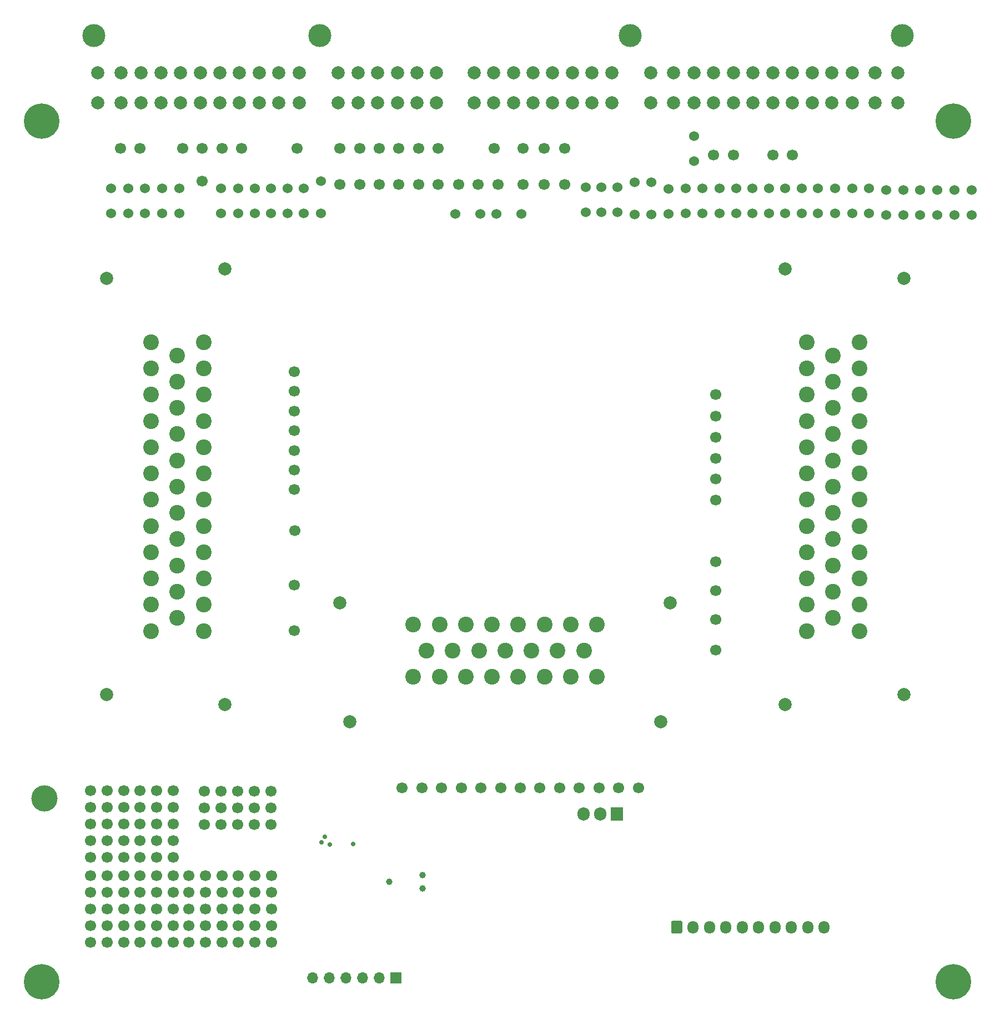
<source format=gbs>
G75*
G70*
%OFA0B0*%
%FSLAX25Y25*%
%IPPOS*%
%LPD*%
%AMOC8*
5,1,8,0,0,1.08239X$1,22.5*
%
%ADD11O,0.06693X0.07677*%
%ADD19C,0.15748*%
%ADD33R,0.07500X0.07874*%
%ADD34C,0.02913*%
%ADD37C,0.21260*%
%ADD39C,0.06693*%
%ADD40C,0.13780*%
%ADD41C,0.07874*%
%ADD48R,0.06693X0.06693*%
%ADD58C,0.02362*%
%ADD60O,0.06693X0.06693*%
%ADD67O,0.07500X0.07874*%
%ADD86C,0.09449*%
%ADD88C,0.03900*%
%ADD90C,0.06000*%
X0000000Y0000000D02*
%LPD*%
G01*
D41*
X0129921Y0451476D03*
X0129921Y0190059D03*
X0058661Y0195965D03*
X0397244Y0251083D03*
X0537402Y0195965D03*
X0058661Y0445571D03*
X0537402Y0445571D03*
X0204724Y0179823D03*
X0391339Y0179823D03*
X0466142Y0451476D03*
X0198819Y0251083D03*
X0466142Y0190059D03*
D86*
X0510630Y0234154D03*
X0510630Y0249902D03*
X0510630Y0265650D03*
X0510630Y0281398D03*
X0510630Y0297146D03*
X0510630Y0312894D03*
X0510630Y0328642D03*
X0510630Y0344390D03*
X0510630Y0360138D03*
X0510630Y0375886D03*
X0510630Y0391634D03*
X0510630Y0407382D03*
X0494882Y0242028D03*
X0494882Y0257776D03*
X0494882Y0273524D03*
X0494882Y0289272D03*
X0494882Y0305020D03*
X0494882Y0320768D03*
X0494882Y0336516D03*
X0494882Y0352264D03*
X0494882Y0368012D03*
X0494882Y0383760D03*
X0494882Y0399508D03*
X0479134Y0234154D03*
X0479134Y0249902D03*
X0479134Y0265650D03*
X0479134Y0281398D03*
X0479134Y0297146D03*
X0479134Y0312894D03*
X0479134Y0328642D03*
X0479134Y0344390D03*
X0479134Y0360138D03*
X0479134Y0375886D03*
X0479134Y0391634D03*
X0479134Y0407382D03*
X0242913Y0206594D03*
X0258661Y0206594D03*
X0274409Y0206594D03*
X0290157Y0206594D03*
X0305906Y0206594D03*
X0321654Y0206594D03*
X0337402Y0206594D03*
X0353150Y0206594D03*
X0250787Y0222343D03*
X0266535Y0222343D03*
X0282283Y0222343D03*
X0298031Y0222343D03*
X0313780Y0222343D03*
X0329528Y0222343D03*
X0345276Y0222343D03*
X0242913Y0238091D03*
X0258661Y0238091D03*
X0274409Y0238091D03*
X0290157Y0238091D03*
X0305906Y0238091D03*
X0321654Y0238091D03*
X0337402Y0238091D03*
X0353150Y0238091D03*
X0085433Y0407382D03*
X0085433Y0391634D03*
X0085433Y0375886D03*
X0085433Y0360138D03*
X0085433Y0344390D03*
X0085433Y0328642D03*
X0085433Y0312894D03*
X0085433Y0297146D03*
X0085433Y0281398D03*
X0085433Y0265650D03*
X0085433Y0249902D03*
X0085433Y0234154D03*
X0101181Y0399508D03*
X0101181Y0383760D03*
X0101181Y0368012D03*
X0101181Y0352264D03*
X0101181Y0336516D03*
X0101181Y0320768D03*
X0101181Y0305020D03*
X0101181Y0289272D03*
X0101181Y0273524D03*
X0101181Y0257776D03*
X0101181Y0242028D03*
X0116929Y0407382D03*
X0116929Y0391634D03*
X0116929Y0375886D03*
X0116929Y0360138D03*
X0116929Y0344390D03*
X0116929Y0328642D03*
X0116929Y0312894D03*
X0116929Y0297146D03*
X0116929Y0281398D03*
X0116929Y0265650D03*
X0116929Y0249902D03*
X0116929Y0234154D03*
D39*
X0198819Y0501969D03*
X0173228Y0523622D03*
X0321260Y0501969D03*
X0424409Y0375984D03*
D90*
X0102362Y0499626D03*
X0102362Y0484626D03*
X0577953Y0498839D03*
X0577953Y0483839D03*
D58*
X0187625Y0107333D03*
X0189692Y0110778D03*
X0192644Y0106152D03*
X0206621Y0106447D03*
D90*
X0526772Y0498839D03*
X0526772Y0483839D03*
D39*
X0210630Y0523622D03*
X0342520Y0140157D03*
X0354331Y0140157D03*
D90*
X0436614Y0499626D03*
X0436614Y0484626D03*
X0355906Y0500413D03*
X0355906Y0485413D03*
D39*
X0171260Y0354331D03*
D90*
X0466142Y0499626D03*
X0466142Y0484626D03*
D39*
X0210630Y0501969D03*
X0435039Y0519685D03*
X0171260Y0234252D03*
D90*
X0537008Y0498839D03*
X0537008Y0483839D03*
D39*
X0078740Y0047244D03*
X0078740Y0057244D03*
X0078740Y0067244D03*
X0078740Y0077244D03*
X0078740Y0087244D03*
X0088740Y0047244D03*
X0088740Y0057244D03*
X0088740Y0067244D03*
X0088740Y0077244D03*
X0088740Y0087244D03*
X0098740Y0047244D03*
X0098740Y0057244D03*
X0098740Y0067244D03*
X0098740Y0077244D03*
X0098740Y0087244D03*
X0424409Y0362992D03*
X0222441Y0501969D03*
X0049055Y0098425D03*
X0049055Y0108425D03*
X0049055Y0118425D03*
X0049055Y0128425D03*
X0049055Y0138425D03*
X0059055Y0098425D03*
X0059055Y0108425D03*
X0059055Y0118425D03*
X0059055Y0128425D03*
X0059055Y0138425D03*
X0069055Y0098425D03*
X0069055Y0108425D03*
X0069055Y0118425D03*
X0069055Y0128425D03*
X0069055Y0138425D03*
X0271654Y0140157D03*
D37*
X0019685Y0023622D03*
D39*
X0222441Y0523622D03*
D90*
X0485827Y0499626D03*
X0485827Y0484626D03*
D39*
X0366142Y0140157D03*
D90*
X0147638Y0499626D03*
X0147638Y0484626D03*
X0385827Y0503346D03*
X0385827Y0484055D03*
X0506299Y0499626D03*
X0506299Y0484626D03*
D39*
X0171260Y0318898D03*
D90*
X0177165Y0499823D03*
X0177165Y0484823D03*
D39*
X0257874Y0501969D03*
X0171260Y0342520D03*
X0139764Y0523622D03*
X0137795Y0047244D03*
X0137795Y0057244D03*
X0137795Y0067244D03*
X0137795Y0077244D03*
X0137795Y0087244D03*
X0147795Y0047244D03*
X0147795Y0057244D03*
X0147795Y0067244D03*
X0147795Y0077244D03*
X0147795Y0087244D03*
X0157795Y0047244D03*
X0157795Y0057244D03*
X0157795Y0067244D03*
X0157795Y0077244D03*
X0157795Y0087244D03*
D48*
X0232283Y0026181D03*
D60*
X0222283Y0026181D03*
X0212283Y0026181D03*
X0202283Y0026181D03*
X0192283Y0026181D03*
X0182283Y0026181D03*
D39*
X0424409Y0350394D03*
X0333858Y0523622D03*
X0078740Y0098425D03*
X0078740Y0108425D03*
X0078740Y0118425D03*
X0078740Y0128425D03*
X0078740Y0138425D03*
X0088740Y0098425D03*
X0088740Y0108425D03*
X0088740Y0118425D03*
X0088740Y0128425D03*
X0088740Y0138425D03*
X0098740Y0098425D03*
X0098740Y0108425D03*
X0098740Y0118425D03*
X0098740Y0128425D03*
X0098740Y0138425D03*
D90*
X0307894Y0484252D03*
X0292894Y0484252D03*
D39*
X0171260Y0377953D03*
D90*
X0127559Y0499823D03*
X0127559Y0484823D03*
X0426772Y0499626D03*
X0426772Y0484626D03*
D37*
X0566929Y0540157D03*
X0566929Y0023622D03*
D39*
X0234252Y0523583D03*
X0458661Y0519685D03*
X0116142Y0523622D03*
X0116142Y0503937D03*
X0377953Y0140157D03*
X0104331Y0523622D03*
X0423228Y0519685D03*
X0424409Y0258268D03*
X0293701Y0501969D03*
X0234252Y0501969D03*
D90*
X0157480Y0499626D03*
X0157480Y0484626D03*
X0567717Y0498839D03*
X0567717Y0483839D03*
D39*
X0248031Y0140157D03*
X0270079Y0501969D03*
X0424409Y0222835D03*
X0281890Y0501969D03*
D90*
X0061417Y0499626D03*
X0061417Y0484626D03*
X0406299Y0499626D03*
X0406299Y0484626D03*
D39*
X0157480Y0118110D03*
X0147480Y0118110D03*
X0137480Y0118110D03*
X0127480Y0118110D03*
X0117480Y0118110D03*
X0157480Y0128110D03*
X0147480Y0128110D03*
X0137480Y0128110D03*
X0127480Y0128110D03*
X0117480Y0128110D03*
X0157480Y0138110D03*
X0147480Y0138110D03*
X0137480Y0138110D03*
X0127480Y0138110D03*
X0117480Y0138110D03*
D90*
X0456299Y0499626D03*
X0456299Y0484626D03*
D39*
X0318898Y0140157D03*
X0307087Y0140157D03*
X0308661Y0523622D03*
D37*
X0019685Y0540157D03*
D39*
X0127953Y0523622D03*
X0078740Y0523622D03*
X0424409Y0312598D03*
D90*
X0396063Y0499429D03*
X0396063Y0484429D03*
D39*
X0171654Y0294488D03*
X0066929Y0523622D03*
D90*
X0268091Y0484252D03*
X0283091Y0484252D03*
D39*
X0236220Y0140157D03*
D90*
X0375591Y0503346D03*
X0375591Y0484055D03*
D39*
X0291339Y0523622D03*
X0049055Y0047244D03*
X0049055Y0057244D03*
X0049055Y0067244D03*
X0049055Y0077244D03*
X0049055Y0087244D03*
X0059055Y0047244D03*
X0059055Y0057244D03*
X0059055Y0067244D03*
X0059055Y0077244D03*
X0059055Y0087244D03*
X0069055Y0047244D03*
X0069055Y0057244D03*
X0069055Y0067244D03*
X0069055Y0077244D03*
X0069055Y0087244D03*
D90*
X0137795Y0499626D03*
X0137795Y0484626D03*
X0446457Y0499626D03*
X0446457Y0484626D03*
D39*
X0333858Y0501969D03*
X0171260Y0389764D03*
X0330709Y0140157D03*
D90*
X0416535Y0499626D03*
X0416535Y0484626D03*
D39*
X0246063Y0501969D03*
D90*
X0187402Y0504134D03*
X0187402Y0484843D03*
D39*
X0424409Y0325197D03*
X0259843Y0140157D03*
G36*
G01*
X0397638Y0053642D02*
X0397638Y0059350D01*
G75*
G02*
X0398622Y0060335I0000984J0000000D01*
G01*
X0403346Y0060335D01*
G75*
G02*
X0404331Y0059350I0000000J-000984D01*
G01*
X0404331Y0053642D01*
G75*
G02*
X0403346Y0052657I-000984J0000000D01*
G01*
X0398622Y0052657D01*
G75*
G02*
X0397638Y0053642I0000000J0000984D01*
G01*
G37*
D11*
X0410827Y0056496D03*
X0420669Y0056496D03*
X0430512Y0056496D03*
X0440354Y0056496D03*
X0450197Y0056496D03*
X0460039Y0056496D03*
X0469882Y0056496D03*
X0479724Y0056496D03*
X0489567Y0056496D03*
D39*
X0424409Y0275591D03*
D90*
X0081890Y0499626D03*
X0081890Y0484626D03*
X0092126Y0499626D03*
X0092126Y0484626D03*
D39*
X0283465Y0140157D03*
X0295276Y0140157D03*
X0308661Y0501969D03*
X0171260Y0366142D03*
X0470472Y0519685D03*
D90*
X0167323Y0499626D03*
X0167323Y0484626D03*
D40*
X0050984Y0591339D03*
X0186614Y0591339D03*
X0536417Y0591339D03*
X0373228Y0591339D03*
D41*
X0533858Y0551181D03*
X0520079Y0551181D03*
X0506299Y0551181D03*
X0494094Y0551181D03*
X0482283Y0551181D03*
X0470472Y0551181D03*
X0458661Y0551181D03*
X0446850Y0551181D03*
X0435039Y0551181D03*
X0423228Y0551181D03*
X0411417Y0551181D03*
X0399213Y0551181D03*
X0385433Y0551181D03*
X0533858Y0568898D03*
X0520079Y0568898D03*
X0506299Y0568898D03*
X0494094Y0568898D03*
X0482283Y0568898D03*
X0470472Y0568898D03*
X0458661Y0568898D03*
X0446850Y0568898D03*
X0435039Y0568898D03*
X0423228Y0568898D03*
X0411417Y0568898D03*
X0399213Y0568898D03*
X0385433Y0568898D03*
X0362008Y0551181D03*
X0350197Y0551181D03*
X0338386Y0551181D03*
X0326575Y0551181D03*
X0314764Y0551181D03*
X0302953Y0551181D03*
X0291142Y0551181D03*
X0279331Y0551181D03*
X0362008Y0568898D03*
X0350197Y0568898D03*
X0338386Y0568898D03*
X0326575Y0568898D03*
X0314764Y0568898D03*
X0302953Y0568898D03*
X0291142Y0568898D03*
X0279331Y0568898D03*
X0256890Y0551181D03*
X0245079Y0551181D03*
X0233268Y0551181D03*
X0221457Y0551181D03*
X0209646Y0551181D03*
X0197835Y0551181D03*
X0256890Y0568898D03*
X0245079Y0568898D03*
X0233268Y0568898D03*
X0221457Y0568898D03*
X0209646Y0568898D03*
X0197835Y0568898D03*
X0174409Y0551181D03*
X0162205Y0551181D03*
X0150394Y0551181D03*
X0138583Y0551181D03*
X0126772Y0551181D03*
X0114961Y0551181D03*
X0103150Y0551181D03*
X0091339Y0551181D03*
X0079528Y0551181D03*
X0067323Y0551181D03*
X0053543Y0551181D03*
X0174409Y0568898D03*
X0162205Y0568898D03*
X0150394Y0568898D03*
X0138583Y0568898D03*
X0126772Y0568898D03*
X0114961Y0568898D03*
X0103150Y0568898D03*
X0091339Y0568898D03*
X0079528Y0568898D03*
X0067323Y0568898D03*
X0053543Y0568898D03*
D39*
X0171260Y0330709D03*
D90*
X0411417Y0531122D03*
X0411417Y0516122D03*
X0475984Y0499626D03*
X0475984Y0484626D03*
X0496063Y0499626D03*
X0496063Y0484626D03*
X0547244Y0498839D03*
X0547244Y0483839D03*
D39*
X0321260Y0523622D03*
D90*
X0346457Y0500413D03*
X0346457Y0485413D03*
X0557480Y0498839D03*
X0557480Y0483839D03*
D39*
X0108110Y0047244D03*
X0108110Y0057244D03*
X0108110Y0067244D03*
X0108110Y0077244D03*
X0108110Y0087244D03*
X0118110Y0047244D03*
X0118110Y0057244D03*
X0118110Y0067244D03*
X0118110Y0077244D03*
X0118110Y0087244D03*
X0128110Y0047244D03*
X0128110Y0057244D03*
X0128110Y0067244D03*
X0128110Y0077244D03*
X0128110Y0087244D03*
X0171260Y0261811D03*
X0424409Y0240945D03*
X0424409Y0337795D03*
X0198819Y0523622D03*
X0246063Y0523622D03*
D90*
X0516535Y0499626D03*
X0516535Y0484626D03*
X0071654Y0499626D03*
X0071654Y0484626D03*
D39*
X0257874Y0523622D03*
D90*
X0365354Y0500413D03*
X0365354Y0485413D03*
D19*
X0021260Y0133858D03*
X0224213Y0072736D02*
%LPD*%
G01*
D33*
X0364922Y0124311D03*
D67*
X0354922Y0124311D03*
X0344922Y0124311D03*
D88*
X0228386Y0083563D03*
X0248386Y0079563D03*
X0248386Y0087563D03*
X0182211Y0137648D02*
G01*
G75*
D34*
X0206620Y0106447D02*
D03*
X0192644Y0106152D02*
D03*
X0187624Y0107333D02*
D03*
X0189691Y0110778D02*
D03*
M02*

</source>
